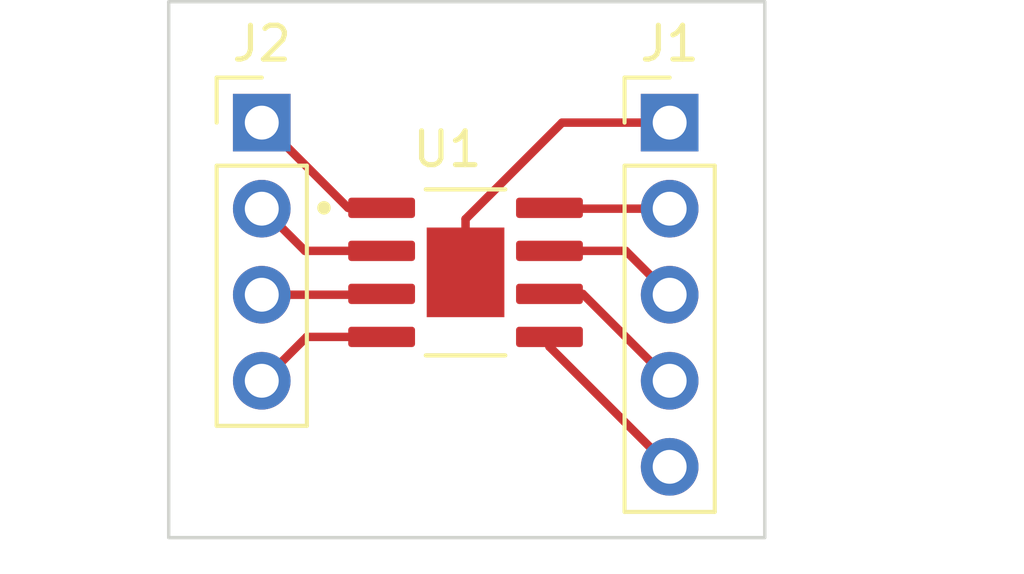
<source format=kicad_pcb>
(kicad_pcb (version 20211014) (generator pcbnew)
  (layers (0 "F.Cu" signal) (31 "B.Cu" signal) (34 "B.Paste" user) (35 "F.Paste" user) (36 "B.SilkS" user "B.Silkscreen") (37 "F.SilkS" user "F.Silkscreen") (38 "B.Mask" user) (39 "F.Mask" user) (44 "Edge.Cuts" user))
  (net 0 "")
  (net 1 "P9")
  (net 2 "P8")
  (net 3 "P7")
  (net 4 "P6")
  (net 5 "P5")
  (net 6 "P1")
  (net 7 "P2")
  (net 8 "P3")
  (net 9 "P4")
  (footprint "qset-footprints:SOIC127P600X175-9N" (layer "F.Cu") (at 124.28 78.03)
    (fp_text reference "U1" (at -0.535 -3.635) (layer "F.SilkS"))
    (fp_text value "ADP7158ARDZ-3.3-R7")
    (fp_line (start -1.17 2.45) (end 1.17 2.45) (layer "F.SilkS") (width 0.127))
    (fp_line (start -1.17 -2.45) (end 1.17 -2.45) (layer "F.SilkS") (width 0.127))
    (fp_circle (center -4.175 -1.905) (end -4.075 -1.905) (layer "F.SilkS") (width 0.2) (fill none))
    (pad "1" smd roundrect locked (at -2.475 -1.905) (size 1.97 0.6) (layers "F.Cu" "F.Paste" "F.Mask") (roundrect_rratio 0.15) (net 6 "P1"))
    (pad "2" smd roundrect locked (at -2.475 -0.635) (size 1.97 0.6) (layers "F.Cu" "F.Paste" "F.Mask") (roundrect_rratio 0.15) (net 7 "P2"))
    (pad "3" smd roundrect locked (at -2.475 0.635) (size 1.97 0.6) (layers "F.Cu" "F.Paste" "F.Mask") (roundrect_rratio 0.15) (net 8 "P3"))
    (pad "4" smd roundrect locked (at -2.475 1.905) (size 1.97 0.6) (layers "F.Cu" "F.Paste" "F.Mask") (roundrect_rratio 0.15) (net 9 "P4"))
    (pad "5" smd roundrect locked (at 2.475 1.905) (size 1.97 0.6) (layers "F.Cu" "F.Paste" "F.Mask") (roundrect_rratio 0.15) (net 5 "P5"))
    (pad "6" smd roundrect locked (at 2.475 0.635) (size 1.97 0.6) (layers "F.Cu" "F.Paste" "F.Mask") (roundrect_rratio 0.15) (net 4 "P6"))
    (pad "7" smd roundrect locked (at 2.475 -0.635) (size 1.97 0.6) (layers "F.Cu" "F.Paste" "F.Mask") (roundrect_rratio 0.15) (net 3 "P7"))
    (pad "8" smd roundrect locked (at 2.475 -1.905) (size 1.97 0.6) (layers "F.Cu" "F.Paste" "F.Mask") (roundrect_rratio 0.15) (net 2 "P8"))
    (pad "9" smd rect locked (at 0 0) (size 2.29 2.646) (layers "F.Cu" "F.Paste" "F.Mask") (net 1 "P9"))
  )
  (footprint "Connector_PinHeader_2.54mm:PinHeader_1x04_P2.54mm_Vertical" (layer "F.Cu") (at 118.27 73.61)
    (fp_text reference "J2" (at 0 -2.33) (layer "F.SilkS"))
    (fp_text value "Conn_01x04_Female")
    (fp_line (start -1.33 1.27) (end 1.33 1.27) (layer "F.SilkS") (width 0.12))
    (fp_line (start -1.33 8.95) (end 1.33 8.95) (layer "F.SilkS") (width 0.12))
    (fp_line (start -1.33 -1.33) (end 0 -1.33) (layer "F.SilkS") (width 0.12))
    (fp_line (start -1.33 1.27) (end -1.33 8.95) (layer "F.SilkS") (width 0.12))
    (fp_line (start 1.33 1.27) (end 1.33 8.95) (layer "F.SilkS") (width 0.12))
    (fp_line (start -1.33 0) (end -1.33 -1.33) (layer "F.SilkS") (width 0.12))
    (pad "1" thru_hole rect (at 0 0) (size 1.7 1.7) (drill 1) (layers *.Cu *.Mask) (net 6 "P1"))
    (pad "2" thru_hole oval (at 0 2.54) (size 1.7 1.7) (drill 1) (layers *.Cu *.Mask) (net 7 "P2"))
    (pad "3" thru_hole oval (at 0 5.08) (size 1.7 1.7) (drill 1) (layers *.Cu *.Mask) (net 8 "P3"))
    (pad "4" thru_hole oval (at 0 7.62) (size 1.7 1.7) (drill 1) (layers *.Cu *.Mask) (net 9 "P4"))
  )
  (footprint "Connector_PinHeader_2.54mm:PinHeader_1x05_P2.54mm_Vertical" (layer "F.Cu") (at 130.3 73.61)
    (fp_text reference "J1" (at 0 -2.33) (layer "F.SilkS"))
    (fp_text value "Conn_01x05_Female")
    (fp_line (start -1.33 0) (end -1.33 -1.33) (layer "F.SilkS") (width 0.12))
    (fp_line (start -1.33 11.49) (end 1.33 11.49) (layer "F.SilkS") (width 0.12))
    (fp_line (start -1.33 1.27) (end 1.33 1.27) (layer "F.SilkS") (width 0.12))
    (fp_line (start 1.33 1.27) (end 1.33 11.49) (layer "F.SilkS") (width 0.12))
    (fp_line (start -1.33 1.27) (end -1.33 11.49) (layer "F.SilkS") (width 0.12))
    (fp_line (start -1.33 -1.33) (end 0 -1.33) (layer "F.SilkS") (width 0.12))
    (pad "1" thru_hole rect (at 0 0) (size 1.7 1.7) (drill 1) (layers *.Cu *.Mask) (net 1 "P9"))
    (pad "2" thru_hole oval (at 0 2.54) (size 1.7 1.7) (drill 1) (layers *.Cu *.Mask) (net 2 "P8"))
    (pad "3" thru_hole oval (at 0 5.08) (size 1.7 1.7) (drill 1) (layers *.Cu *.Mask) (net 3 "P7"))
    (pad "4" thru_hole oval (at 0 7.62) (size 1.7 1.7) (drill 1) (layers *.Cu *.Mask) (net 4 "P6"))
    (pad "5" thru_hole oval (at 0 10.16) (size 1.7 1.7) (drill 1) (layers *.Cu *.Mask) (net 5 "P5"))
  )
  (gr_rect (start 115.525 70.04) (end 133.105 85.86) (layer "Edge.Cuts") (width 0.1) (fill none))
  (segment (start 124.28 76.457) (end 124.28 78.03) (width 0.25) (layer "F.Cu") (net 1))
  (segment (start 127.127 73.61) (end 124.28 76.457) (width 0.25) (layer "F.Cu") (net 1))
  (segment (start 130.3 73.61) (end 127.127 73.61) (width 0.25) (layer "F.Cu") (net 1))
  (segment (start 126.755 76.125) (end 126.78 76.15) (width 0.25) (layer "F.Cu") (net 2))
  (segment (start 126.78 76.15) (end 130.3 76.15) (width 0.25) (layer "F.Cu") (net 2))
  (segment (start 129.005 77.395) (end 130.3 78.69) (width 0.25) (layer "F.Cu") (net 3))
  (segment (start 126.755 77.395) (end 129.005 77.395) (width 0.25) (layer "F.Cu") (net 3))
  (segment (start 126.755 78.665) (end 127.735 78.665) (width 0.25) (layer "F.Cu") (net 4))
  (segment (start 127.735 78.665) (end 130.3 81.23) (width 0.25) (layer "F.Cu") (net 4))
  (segment (start 126.755 80.225) (end 130.3 83.77) (width 0.25) (layer "F.Cu") (net 5))
  (segment (start 126.755 79.935) (end 126.755 80.225) (width 0.25) (layer "F.Cu") (net 5))
  (segment (start 120.815 76.125) (end 118.3 73.61) (width 0.25) (layer "F.Cu") (net 6))
  (segment (start 121.805 76.125) (end 120.815 76.125) (width 0.25) (layer "F.Cu") (net 6))
  (segment (start 119.545 77.395) (end 118.3 76.15) (width 0.25) (layer "F.Cu") (net 7))
  (segment (start 121.805 77.395) (end 119.545 77.395) (width 0.25) (layer "F.Cu") (net 7))
  (segment (start 121.805 78.665) (end 121.78 78.69) (width 0.25) (layer "F.Cu") (net 8))
  (segment (start 121.78 78.69) (end 118.3 78.69) (width 0.25) (layer "F.Cu") (net 8))
  (segment (start 119.595 79.935) (end 118.3 81.23) (width 0.25) (layer "F.Cu") (net 9))
  (segment (start 121.805 79.935) (end 119.595 79.935) (width 0.25) (layer "F.Cu") (net 9))
)
</source>
